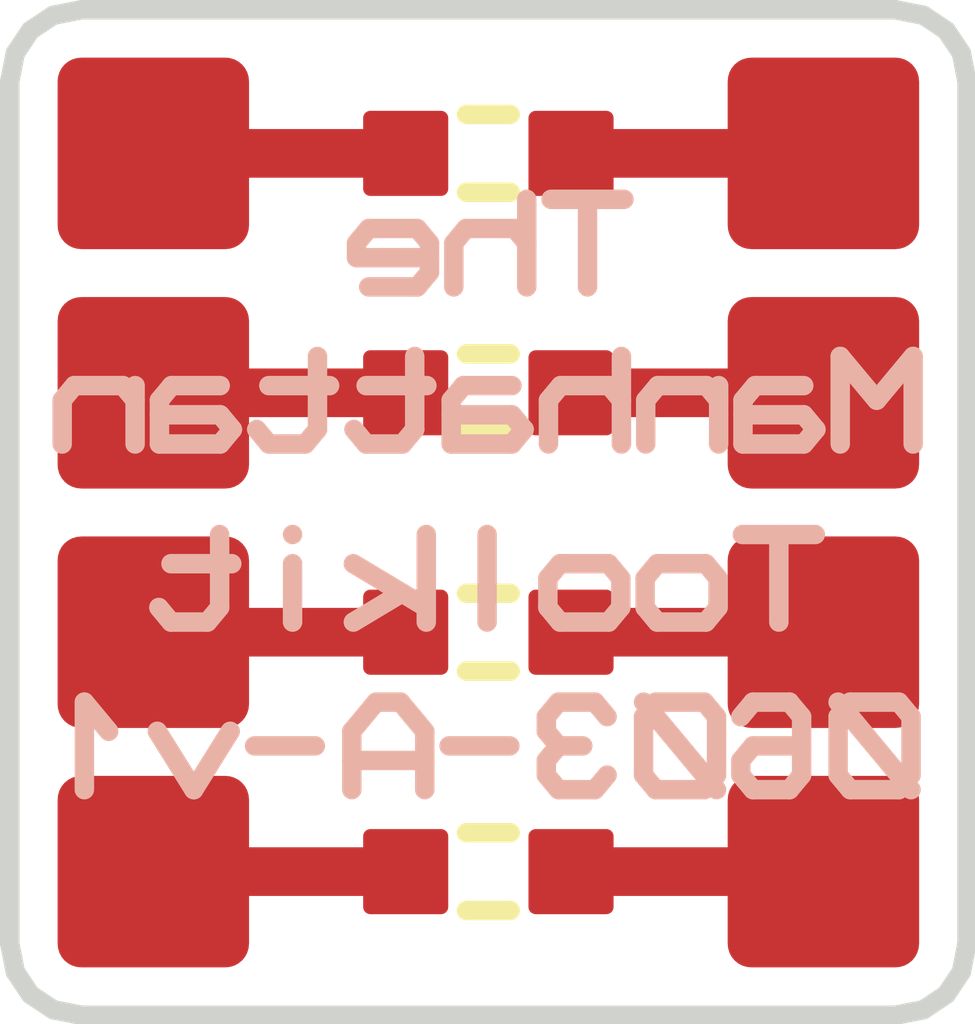
<source format=kicad_pcb>
(kicad_pcb (version 4) (generator "gerbview") (generator_version "8.0")

  (layers 
    (0 F.Cu signal)
    (31 B.Cu signal)
    (32 B.Adhes user)
    (33 F.Adhes user)
    (34 B.Paste user)
    (35 F.Paste user)
    (36 B.SilkS user)
    (37 F.SilkS user)
    (38 B.Mask user)
    (39 F.Mask user)
    (40 Dwgs.User user)
    (41 Cmts.User user)
    (42 Eco1.User user)
    (43 Eco2.User user)
    (44 Edge.Cuts user)
  )

(gr_line (start 0 -0.75) (end 0 -9.75) (layer Edge.Cuts) (width 0.2032))
(gr_line (start 0.75 -10.5) (end 9.25 -10.5) (layer Edge.Cuts) (width 0.2032))
(gr_line (start 10 -9.75) (end 10 -0.75) (layer Edge.Cuts) (width 0.2032))
(gr_line (start 9.25 0) (end 0.75 0) (layer Edge.Cuts) (width 0.2032))
(gr_line (start 0.75 -10.5) (end 0.45483 -10.44214) (layer Edge.Cuts) (width 0.2032))
(gr_line (start 0.45483 -10.44214) (end 0.2168 -10.2832) (layer Edge.Cuts) (width 0.2032))
(gr_line (start 0.2168 -10.2832) (end 0.05786 -10.04516) (layer Edge.Cuts) (width 0.2032))
(gr_line (start 0.05786 -10.04516) (end 0 -9.75) (layer Edge.Cuts) (width 0.2032))
(gr_line (start 9.25 -10.5) (end 9.54516 -10.44214) (layer Edge.Cuts) (width 0.2032))
(gr_line (start 9.54516 -10.44214) (end 9.7832 -10.2832) (layer Edge.Cuts) (width 0.2032))
(gr_line (start 9.7832 -10.2832) (end 9.94214 -10.04516) (layer Edge.Cuts) (width 0.2032))
(gr_line (start 9.94214 -10.04516) (end 10 -9.75) (layer Edge.Cuts) (width 0.2032))
(gr_line (start 10 -0.75) (end 9.94214 -0.45483) (layer Edge.Cuts) (width 0.2032))
(gr_line (start 9.94214 -0.45483) (end 9.7832 -0.2168) (layer Edge.Cuts) (width 0.2032))
(gr_line (start 9.7832 -0.2168) (end 9.54516 -0.05786) (layer Edge.Cuts) (width 0.2032))
(gr_line (start 9.54516 -0.05786) (end 9.25 0) (layer Edge.Cuts) (width 0.2032))
(gr_line (start 0.75 0) (end 0.45483 -0.05786) (layer Edge.Cuts) (width 0.2032))
(gr_line (start 0.45483 -0.05786) (end 0.2168 -0.2168) (layer Edge.Cuts) (width 0.2032))
(gr_line (start 0.2168 -0.2168) (end 0.05786 -0.45483) (layer Edge.Cuts) (width 0.2032))
(gr_line (start 0.05786 -0.45483) (end 0 -0.75) (layer Edge.Cuts) (width 0.2032))
(gr_line (start 4.7715 -9.4064) (end 5.2287 -9.4064) (layer F.SilkS) (width 0.2032))
(gr_line (start 4.7715 -8.5936) (end 5.2287 -8.5936) (layer F.SilkS) (width 0.2032))
(gr_line (start 4.7715 -6.9064) (end 5.2287 -6.9064) (layer F.SilkS) (width 0.2032))
(gr_line (start 4.7715 -6.0936) (end 5.2287 -6.0936) (layer F.SilkS) (width 0.2032))
(gr_line (start 4.7715 -4.4064) (end 5.2287 -4.4064) (layer F.SilkS) (width 0.2032))
(gr_line (start 4.7715 -3.5936) (end 5.2287 -3.5936) (layer F.SilkS) (width 0.2032))
(gr_line (start 4.7715 -1.9064) (end 5.2287 -1.9064) (layer F.SilkS) (width 0.2032))
(gr_line (start 4.7715 -1.0936) (end 5.2287 -1.0936) (layer F.SilkS) (width 0.2032))
(gr_poly (pts  (xy 2.30112 -8.00497) (xy 2.34839 -8.01929) (xy 2.3909 -8.04202)
 (xy 2.42773 -8.07227) (xy 2.45797 -8.1091) (xy 2.48071 -8.15161) (xy 2.49503 -8.19888)
 (xy 2.5 -8.25) (xy 2.5 -9.75) (xy 2.49503 -9.80112) (xy 2.48071 -9.84839)
 (xy 2.45797 -9.8909) (xy 2.42773 -9.92773) (xy 2.3909 -9.95798) (xy 2.34839 -9.98071)
 (xy 2.30112 -9.99503) (xy 2.25 -10) (xy 0.75 -10) (xy 0.69888 -9.99503)
 (xy 0.65161 -9.98071) (xy 0.6091 -9.95798) (xy 0.57227 -9.92773) (xy 0.54203 -9.8909)
 (xy 0.51929 -9.84839) (xy 0.50497 -9.80112) (xy 0.5 -9.75) (xy 0.5 -8.25)
 (xy 0.50497 -8.19888) (xy 0.51929 -8.15161) (xy 0.54203 -8.1091) (xy 0.57227 -8.07227)
 (xy 0.6091 -8.04202) (xy 0.65161 -8.01929) (xy 0.69888 -8.00497) (xy 0.75 -8)
 (xy 2.25 -8))(layer F.Mask) (width 0) )
(gr_poly (pts  (xy 2.30112 -5.50497) (xy 2.34839 -5.51929) (xy 2.3909 -5.54202)
 (xy 2.42773 -5.57227) (xy 2.45797 -5.6091) (xy 2.48071 -5.65161) (xy 2.49503 -5.69888)
 (xy 2.5 -5.75) (xy 2.5 -7.25) (xy 2.49503 -7.30112) (xy 2.48071 -7.34839)
 (xy 2.45797 -7.3909) (xy 2.42773 -7.42773) (xy 2.3909 -7.45798) (xy 2.34839 -7.48071)
 (xy 2.30112 -7.49503) (xy 2.25 -7.5) (xy 0.75 -7.5) (xy 0.69888 -7.49503)
 (xy 0.65161 -7.48071) (xy 0.6091 -7.45798) (xy 0.57227 -7.42773) (xy 0.54203 -7.3909)
 (xy 0.51929 -7.34839) (xy 0.50497 -7.30112) (xy 0.5 -7.25) (xy 0.5 -5.75)
 (xy 0.50497 -5.69888) (xy 0.51929 -5.65161) (xy 0.54203 -5.6091) (xy 0.57227 -5.57227)
 (xy 0.6091 -5.54202) (xy 0.65161 -5.51929) (xy 0.69888 -5.50497) (xy 0.75 -5.5)
 (xy 2.25 -5.5))(layer F.Mask) (width 0) )
(gr_poly (pts  (xy 2.30112 -3.00497) (xy 2.34839 -3.01929) (xy 2.3909 -3.04202)
 (xy 2.42773 -3.07227) (xy 2.45797 -3.1091) (xy 2.48071 -3.15161) (xy 2.49503 -3.19888)
 (xy 2.5 -3.25) (xy 2.5 -4.75) (xy 2.49503 -4.80112) (xy 2.48071 -4.84839)
 (xy 2.45797 -4.8909) (xy 2.42773 -4.92773) (xy 2.3909 -4.95798) (xy 2.34839 -4.98071)
 (xy 2.30112 -4.99503) (xy 2.25 -5) (xy 0.75 -5) (xy 0.69888 -4.99503)
 (xy 0.65161 -4.98071) (xy 0.6091 -4.95798) (xy 0.57227 -4.92773) (xy 0.54203 -4.8909)
 (xy 0.51929 -4.84839) (xy 0.50497 -4.80112) (xy 0.5 -4.75) (xy 0.5 -3.25)
 (xy 0.50497 -3.19888) (xy 0.51929 -3.15161) (xy 0.54203 -3.1091) (xy 0.57227 -3.07227)
 (xy 0.6091 -3.04202) (xy 0.65161 -3.01929) (xy 0.69888 -3.00497) (xy 0.75 -3)
 (xy 2.25 -3))(layer F.Mask) (width 0) )
(gr_poly (pts  (xy 2.30112 -0.50497) (xy 2.34839 -0.51929) (xy 2.3909 -0.54202)
 (xy 2.42773 -0.57227) (xy 2.45797 -0.6091) (xy 2.48071 -0.65161) (xy 2.49503 -0.69888)
 (xy 2.5 -0.75) (xy 2.5 -2.25) (xy 2.49503 -2.30112) (xy 2.48071 -2.34839)
 (xy 2.45797 -2.3909) (xy 2.42773 -2.42773) (xy 2.3909 -2.45798) (xy 2.34839 -2.48071)
 (xy 2.30112 -2.49503) (xy 2.25 -2.5) (xy 0.75 -2.5) (xy 0.69888 -2.49503)
 (xy 0.65161 -2.48071) (xy 0.6091 -2.45798) (xy 0.57227 -2.42773) (xy 0.54203 -2.3909)
 (xy 0.51929 -2.34839) (xy 0.50497 -2.30112) (xy 0.5 -2.25) (xy 0.5 -0.75)
 (xy 0.50497 -0.69888) (xy 0.51929 -0.65161) (xy 0.54203 -0.6091) (xy 0.57227 -0.57227)
 (xy 0.6091 -0.54202) (xy 0.65161 -0.51929) (xy 0.69888 -0.50497) (xy 0.75 -0.5)
 (xy 2.25 -0.5))(layer F.Mask) (width 0) )
(gr_poly (pts  (xy 9.30112 -0.50497) (xy 9.34839 -0.51929) (xy 9.3909 -0.54202)
 (xy 9.42773 -0.57227) (xy 9.45797 -0.6091) (xy 9.48071 -0.65161) (xy 9.49503 -0.69888)
 (xy 9.5 -0.75) (xy 9.5 -2.25) (xy 9.49503 -2.30112) (xy 9.48071 -2.34839)
 (xy 9.45797 -2.3909) (xy 9.42773 -2.42773) (xy 9.3909 -2.45798) (xy 9.34839 -2.48071)
 (xy 9.30112 -2.49503) (xy 9.25 -2.5) (xy 7.75 -2.5) (xy 7.69888 -2.49503)
 (xy 7.65161 -2.48071) (xy 7.6091 -2.45798) (xy 7.57227 -2.42773) (xy 7.54203 -2.3909)
 (xy 7.51929 -2.34839) (xy 7.50497 -2.30112) (xy 7.5 -2.25) (xy 7.5 -0.75)
 (xy 7.50497 -0.69888) (xy 7.51929 -0.65161) (xy 7.54203 -0.6091) (xy 7.57227 -0.57227)
 (xy 7.6091 -0.54202) (xy 7.65161 -0.51929) (xy 7.69888 -0.50497) (xy 7.75 -0.5)
 (xy 9.25 -0.5))(layer F.Mask) (width 0) )
(gr_poly (pts  (xy 9.30112 -3.00497) (xy 9.34839 -3.01929) (xy 9.3909 -3.04202)
 (xy 9.42773 -3.07227) (xy 9.45797 -3.1091) (xy 9.48071 -3.15161) (xy 9.49503 -3.19888)
 (xy 9.5 -3.25) (xy 9.5 -4.75) (xy 9.49503 -4.80112) (xy 9.48071 -4.84839)
 (xy 9.45797 -4.8909) (xy 9.42773 -4.92773) (xy 9.3909 -4.95798) (xy 9.34839 -4.98071)
 (xy 9.30112 -4.99503) (xy 9.25 -5) (xy 7.75 -5) (xy 7.69888 -4.99503)
 (xy 7.65161 -4.98071) (xy 7.6091 -4.95798) (xy 7.57227 -4.92773) (xy 7.54203 -4.8909)
 (xy 7.51929 -4.84839) (xy 7.50497 -4.80112) (xy 7.5 -4.75) (xy 7.5 -3.25)
 (xy 7.50497 -3.19888) (xy 7.51929 -3.15161) (xy 7.54203 -3.1091) (xy 7.57227 -3.07227)
 (xy 7.6091 -3.04202) (xy 7.65161 -3.01929) (xy 7.69888 -3.00497) (xy 7.75 -3)
 (xy 9.25 -3))(layer F.Mask) (width 0) )
(gr_poly (pts  (xy 9.30112 -5.50497) (xy 9.34839 -5.51929) (xy 9.3909 -5.54202)
 (xy 9.42773 -5.57227) (xy 9.45797 -5.6091) (xy 9.48071 -5.65161) (xy 9.49503 -5.69888)
 (xy 9.5 -5.75) (xy 9.5 -7.25) (xy 9.49503 -7.30112) (xy 9.48071 -7.34839)
 (xy 9.45797 -7.3909) (xy 9.42773 -7.42773) (xy 9.3909 -7.45798) (xy 9.34839 -7.48071)
 (xy 9.30112 -7.49503) (xy 9.25 -7.5) (xy 7.75 -7.5) (xy 7.69888 -7.49503)
 (xy 7.65161 -7.48071) (xy 7.6091 -7.45798) (xy 7.57227 -7.42773) (xy 7.54203 -7.3909)
 (xy 7.51929 -7.34839) (xy 7.50497 -7.30112) (xy 7.5 -7.25) (xy 7.5 -5.75)
 (xy 7.50497 -5.69888) (xy 7.51929 -5.65161) (xy 7.54203 -5.6091) (xy 7.57227 -5.57227)
 (xy 7.6091 -5.54202) (xy 7.65161 -5.51929) (xy 7.69888 -5.50497) (xy 7.75 -5.5)
 (xy 9.25 -5.5))(layer F.Mask) (width 0) )
(gr_poly (pts  (xy 9.30112 -8.00497) (xy 9.34839 -8.01929) (xy 9.3909 -8.04202)
 (xy 9.42773 -8.07227) (xy 9.45797 -8.1091) (xy 9.48071 -8.15161) (xy 9.49503 -8.19888)
 (xy 9.5 -8.25) (xy 9.5 -9.75) (xy 9.49503 -9.80112) (xy 9.48071 -9.84839)
 (xy 9.45797 -9.8909) (xy 9.42773 -9.92773) (xy 9.3909 -9.95798) (xy 9.34839 -9.98071)
 (xy 9.30112 -9.99503) (xy 9.25 -10) (xy 7.75 -10) (xy 7.69888 -9.99503)
 (xy 7.65161 -9.98071) (xy 7.6091 -9.95798) (xy 7.57227 -9.92773) (xy 7.54203 -9.8909)
 (xy 7.51929 -9.84839) (xy 7.50497 -9.80112) (xy 7.5 -9.75) (xy 7.5 -8.25)
 (xy 7.50497 -8.19888) (xy 7.51929 -8.15161) (xy 7.54203 -8.1091) (xy 7.57227 -8.07227)
 (xy 7.6091 -8.04202) (xy 7.65161 -8.01929) (xy 7.69888 -8.00497) (xy 7.75 -8)
 (xy 9.25 -8))(layer F.Mask) (width 0) )
(gr_poly (pts  (xy 4.53336 -8.49478) (xy 4.55978 -8.50278) (xy 4.58354 -8.51548)
 (xy 4.60412 -8.53238) (xy 4.62102 -8.55297) (xy 4.63372 -8.57672) (xy 4.64172 -8.60314)
 (xy 4.6445 -8.6317) (xy 4.6445 -9.3683) (xy 4.64172 -9.39686) (xy 4.63372 -9.42328)
 (xy 4.62102 -9.44703) (xy 4.60412 -9.46762) (xy 4.58354 -9.48452) (xy 4.55978 -9.49722)
 (xy 4.53336 -9.50522) (xy 4.5048 -9.508) (xy 3.7682 -9.508) (xy 3.73964 -9.50522)
 (xy 3.71322 -9.49722) (xy 3.68946 -9.48452) (xy 3.66888 -9.46762) (xy 3.65198 -9.44703)
 (xy 3.63928 -9.42328) (xy 3.63128 -9.39686) (xy 3.6285 -9.3683) (xy 3.6285 -8.6317)
 (xy 3.63128 -8.60314) (xy 3.63928 -8.57672) (xy 3.65198 -8.55297) (xy 3.66888 -8.53238)
 (xy 3.68946 -8.51548) (xy 3.71322 -8.50278) (xy 3.73964 -8.49478) (xy 3.7682 -8.492)
 (xy 4.5048 -8.492))(layer F.Mask) (width 0) )
(gr_poly (pts  (xy 6.26056 -8.49478) (xy 6.28698 -8.50278) (xy 6.31074 -8.51548)
 (xy 6.33132 -8.53238) (xy 6.34822 -8.55297) (xy 6.36092 -8.57672) (xy 6.36892 -8.60314)
 (xy 6.3717 -8.6317) (xy 6.3717 -9.3683) (xy 6.36892 -9.39686) (xy 6.36092 -9.42328)
 (xy 6.34822 -9.44703) (xy 6.33132 -9.46762) (xy 6.31074 -9.48452) (xy 6.28698 -9.49722)
 (xy 6.26056 -9.50522) (xy 6.232 -9.508) (xy 5.4954 -9.508) (xy 5.46684 -9.50522)
 (xy 5.44042 -9.49722) (xy 5.41666 -9.48452) (xy 5.39608 -9.46762) (xy 5.37918 -9.44703)
 (xy 5.36648 -9.42328) (xy 5.35848 -9.39686) (xy 5.3557 -9.3683) (xy 5.3557 -8.6317)
 (xy 5.35848 -8.60314) (xy 5.36648 -8.57672) (xy 5.37918 -8.55297) (xy 5.39608 -8.53238)
 (xy 5.41666 -8.51548) (xy 5.44042 -8.50278) (xy 5.46684 -8.49478) (xy 5.4954 -8.492)
 (xy 6.232 -8.492))(layer F.Mask) (width 0) )
(gr_poly (pts  (xy 4.53336 -5.99478) (xy 4.55978 -6.00278) (xy 4.58354 -6.01548)
 (xy 4.60412 -6.03238) (xy 4.62102 -6.05297) (xy 4.63372 -6.07672) (xy 4.64172 -6.10314)
 (xy 4.6445 -6.1317) (xy 4.6445 -6.8683) (xy 4.64172 -6.89686) (xy 4.63372 -6.92328)
 (xy 4.62102 -6.94703) (xy 4.60412 -6.96762) (xy 4.58354 -6.98452) (xy 4.55978 -6.99722)
 (xy 4.53336 -7.00522) (xy 4.5048 -7.008) (xy 3.7682 -7.008) (xy 3.73964 -7.00522)
 (xy 3.71322 -6.99722) (xy 3.68946 -6.98452) (xy 3.66888 -6.96762) (xy 3.65198 -6.94703)
 (xy 3.63928 -6.92328) (xy 3.63128 -6.89686) (xy 3.6285 -6.8683) (xy 3.6285 -6.1317)
 (xy 3.63128 -6.10314) (xy 3.63928 -6.07672) (xy 3.65198 -6.05297) (xy 3.66888 -6.03238)
 (xy 3.68946 -6.01548) (xy 3.71322 -6.00278) (xy 3.73964 -5.99478) (xy 3.7682 -5.992)
 (xy 4.5048 -5.992))(layer F.Mask) (width 0) )
(gr_poly (pts  (xy 6.26056 -5.99478) (xy 6.28698 -6.00278) (xy 6.31074 -6.01548)
 (xy 6.33132 -6.03238) (xy 6.34822 -6.05297) (xy 6.36092 -6.07672) (xy 6.36892 -6.10314)
 (xy 6.3717 -6.1317) (xy 6.3717 -6.8683) (xy 6.36892 -6.89686) (xy 6.36092 -6.92328)
 (xy 6.34822 -6.94703) (xy 6.33132 -6.96762) (xy 6.31074 -6.98452) (xy 6.28698 -6.99722)
 (xy 6.26056 -7.00522) (xy 6.232 -7.008) (xy 5.4954 -7.008) (xy 5.46684 -7.00522)
 (xy 5.44042 -6.99722) (xy 5.41666 -6.98452) (xy 5.39608 -6.96762) (xy 5.37918 -6.94703)
 (xy 5.36648 -6.92328) (xy 5.35848 -6.89686) (xy 5.3557 -6.8683) (xy 5.3557 -6.1317)
 (xy 5.35848 -6.10314) (xy 5.36648 -6.07672) (xy 5.37918 -6.05297) (xy 5.39608 -6.03238)
 (xy 5.41666 -6.01548) (xy 5.44042 -6.00278) (xy 5.46684 -5.99478) (xy 5.4954 -5.992)
 (xy 6.232 -5.992))(layer F.Mask) (width 0) )
(gr_poly (pts  (xy 4.53336 -3.49478) (xy 4.55978 -3.50278) (xy 4.58354 -3.51548)
 (xy 4.60412 -3.53238) (xy 4.62102 -3.55297) (xy 4.63372 -3.57672) (xy 4.64172 -3.60314)
 (xy 4.6445 -3.6317) (xy 4.6445 -4.3683) (xy 4.64172 -4.39686) (xy 4.63372 -4.42328)
 (xy 4.62102 -4.44703) (xy 4.60412 -4.46762) (xy 4.58354 -4.48452) (xy 4.55978 -4.49722)
 (xy 4.53336 -4.50522) (xy 4.5048 -4.508) (xy 3.7682 -4.508) (xy 3.73964 -4.50522)
 (xy 3.71322 -4.49722) (xy 3.68946 -4.48452) (xy 3.66888 -4.46762) (xy 3.65198 -4.44703)
 (xy 3.63928 -4.42328) (xy 3.63128 -4.39686) (xy 3.6285 -4.3683) (xy 3.6285 -3.6317)
 (xy 3.63128 -3.60314) (xy 3.63928 -3.57672) (xy 3.65198 -3.55297) (xy 3.66888 -3.53238)
 (xy 3.68946 -3.51548) (xy 3.71322 -3.50278) (xy 3.73964 -3.49478) (xy 3.7682 -3.492)
 (xy 4.5048 -3.492))(layer F.Mask) (width 0) )
(gr_poly (pts  (xy 6.26056 -3.49478) (xy 6.28698 -3.50278) (xy 6.31074 -3.51548)
 (xy 6.33132 -3.53238) (xy 6.34822 -3.55297) (xy 6.36092 -3.57672) (xy 6.36892 -3.60314)
 (xy 6.3717 -3.6317) (xy 6.3717 -4.3683) (xy 6.36892 -4.39686) (xy 6.36092 -4.42328)
 (xy 6.34822 -4.44703) (xy 6.33132 -4.46762) (xy 6.31074 -4.48452) (xy 6.28698 -4.49722)
 (xy 6.26056 -4.50522) (xy 6.232 -4.508) (xy 5.4954 -4.508) (xy 5.46684 -4.50522)
 (xy 5.44042 -4.49722) (xy 5.41666 -4.48452) (xy 5.39608 -4.46762) (xy 5.37918 -4.44703)
 (xy 5.36648 -4.42328) (xy 5.35848 -4.39686) (xy 5.3557 -4.3683) (xy 5.3557 -3.6317)
 (xy 5.35848 -3.60314) (xy 5.36648 -3.57672) (xy 5.37918 -3.55297) (xy 5.39608 -3.53238)
 (xy 5.41666 -3.51548) (xy 5.44042 -3.50278) (xy 5.46684 -3.49478) (xy 5.4954 -3.492)
 (xy 6.232 -3.492))(layer F.Mask) (width 0) )
(gr_poly (pts  (xy 4.53336 -0.99478) (xy 4.55978 -1.00278) (xy 4.58354 -1.01548)
 (xy 4.60412 -1.03238) (xy 4.62102 -1.05297) (xy 4.63372 -1.07672) (xy 4.64172 -1.10314)
 (xy 4.6445 -1.1317) (xy 4.6445 -1.8683) (xy 4.64172 -1.89686) (xy 4.63372 -1.92328)
 (xy 4.62102 -1.94703) (xy 4.60412 -1.96762) (xy 4.58354 -1.98452) (xy 4.55978 -1.99722)
 (xy 4.53336 -2.00522) (xy 4.5048 -2.008) (xy 3.7682 -2.008) (xy 3.73964 -2.00522)
 (xy 3.71322 -1.99722) (xy 3.68946 -1.98452) (xy 3.66888 -1.96762) (xy 3.65198 -1.94703)
 (xy 3.63928 -1.92328) (xy 3.63128 -1.89686) (xy 3.6285 -1.8683) (xy 3.6285 -1.1317)
 (xy 3.63128 -1.10314) (xy 3.63928 -1.07672) (xy 3.65198 -1.05297) (xy 3.66888 -1.03238)
 (xy 3.68946 -1.01548) (xy 3.71322 -1.00278) (xy 3.73964 -0.99478) (xy 3.7682 -0.992)
 (xy 4.5048 -0.992))(layer F.Mask) (width 0) )
(gr_poly (pts  (xy 6.26056 -0.99478) (xy 6.28698 -1.00278) (xy 6.31074 -1.01548)
 (xy 6.33132 -1.03238) (xy 6.34822 -1.05297) (xy 6.36092 -1.07672) (xy 6.36892 -1.10314)
 (xy 6.3717 -1.1317) (xy 6.3717 -1.8683) (xy 6.36892 -1.89686) (xy 6.36092 -1.92328)
 (xy 6.34822 -1.94703) (xy 6.33132 -1.96762) (xy 6.31074 -1.98452) (xy 6.28698 -1.99722)
 (xy 6.26056 -2.00522) (xy 6.232 -2.008) (xy 5.4954 -2.008) (xy 5.46684 -2.00522)
 (xy 5.44042 -1.99722) (xy 5.41666 -1.98452) (xy 5.39608 -1.96762) (xy 5.37918 -1.94703)
 (xy 5.36648 -1.92328) (xy 5.35848 -1.89686) (xy 5.3557 -1.8683) (xy 5.3557 -1.1317)
 (xy 5.35848 -1.10314) (xy 5.36648 -1.07672) (xy 5.37918 -1.05297) (xy 5.39608 -1.03238)
 (xy 5.41666 -1.01548) (xy 5.44042 -1.00278) (xy 5.46684 -0.99478) (xy 5.4954 -0.992)
 (xy 6.232 -0.992))(layer F.Mask) (width 0) )
(gr_line (start 8.41569 -5.02018) (end 7.65369 -5.02018) (layer B.SilkS) (width 0.2032))
(gr_line (start 8.03469 -5.02018) (end 8.03469 -4.10578) (layer B.SilkS) (width 0.2032))
(gr_line (start 7.39969 -4.56298) (end 7.27269 -4.71538) (layer B.SilkS) (width 0.2032))
(gr_line (start 7.27269 -4.71538) (end 6.76469 -4.71538) (layer B.SilkS) (width 0.2032))
(gr_line (start 6.76469 -4.71538) (end 6.63769 -4.56298) (layer B.SilkS) (width 0.2032))
(gr_line (start 6.63769 -4.56298) (end 6.63769 -4.25818) (layer B.SilkS) (width 0.2032))
(gr_line (start 6.63769 -4.25818) (end 6.76469 -4.10578) (layer B.SilkS) (width 0.2032))
(gr_line (start 6.76469 -4.10578) (end 7.27269 -4.10578) (layer B.SilkS) (width 0.2032))
(gr_line (start 7.27269 -4.10578) (end 7.39969 -4.25818) (layer B.SilkS) (width 0.2032))
(gr_line (start 7.39969 -4.25818) (end 7.39969 -4.56298) (layer B.SilkS) (width 0.2032))
(gr_line (start 6.38369 -4.56298) (end 6.25669 -4.71538) (layer B.SilkS) (width 0.2032))
(gr_line (start 6.25669 -4.71538) (end 5.74869 -4.71538) (layer B.SilkS) (width 0.2032))
(gr_line (start 5.74869 -4.71538) (end 5.62169 -4.56298) (layer B.SilkS) (width 0.2032))
(gr_line (start 5.62169 -4.56298) (end 5.62169 -4.25818) (layer B.SilkS) (width 0.2032))
(gr_line (start 5.62169 -4.25818) (end 5.74869 -4.10578) (layer B.SilkS) (width 0.2032))
(gr_line (start 5.74869 -4.10578) (end 6.25669 -4.10578) (layer B.SilkS) (width 0.2032))
(gr_line (start 6.25669 -4.10578) (end 6.38369 -4.25818) (layer B.SilkS) (width 0.2032))
(gr_line (start 6.38369 -4.25818) (end 6.38369 -4.56298) (layer B.SilkS) (width 0.2032))
(gr_line (start 4.98669 -5.02018) (end 4.98669 -4.10578) (layer B.SilkS) (width 0.2032))
(gr_line (start 4.35169 -5.02018) (end 4.35169 -4.10578) (layer B.SilkS) (width 0.2032))
(gr_line (start 4.35169 -4.25818) (end 3.58969 -4.71538) (layer B.SilkS) (width 0.2032))
(gr_line (start 4.09769 -4.41058) (end 3.58969 -4.10578) (layer B.SilkS) (width 0.2032))
(gr_line (start 2.95469 -4.71538) (end 2.95469 -4.10578) (layer B.SilkS) (width 0.2032))
(gr_line (start 2.95469 -5.02018) (end 2.95469 -5.02018) (layer B.SilkS) (width 0.2032))
(gr_line (start 2.19269 -5.02018) (end 2.19269 -4.25818) (layer B.SilkS) (width 0.2032))
(gr_line (start 2.19269 -4.25818) (end 2.06569 -4.10578) (layer B.SilkS) (width 0.2032))
(gr_line (start 2.06569 -4.10578) (end 1.68469 -4.10578) (layer B.SilkS) (width 0.2032))
(gr_line (start 1.68469 -4.10578) (end 1.55769 -4.25818) (layer B.SilkS) (width 0.2032))
(gr_line (start 2.31969 -4.71538) (end 1.68469 -4.71538) (layer B.SilkS) (width 0.2032))
(gr_line (start 9.4379 -5.96536) (end 9.4379 -6.87976) (layer B.SilkS) (width 0.2032))
(gr_line (start 9.4379 -6.87976) (end 9.0569 -6.42256) (layer B.SilkS) (width 0.2032))
(gr_line (start 9.0569 -6.42256) (end 8.6759 -6.87976) (layer B.SilkS) (width 0.2032))
(gr_line (start 8.6759 -6.87976) (end 8.6759 -5.96536) (layer B.SilkS) (width 0.2032))
(gr_line (start 8.2949 -6.57496) (end 7.7869 -6.57496) (layer B.SilkS) (width 0.2032))
(gr_line (start 7.7869 -6.57496) (end 7.6599 -6.42256) (layer B.SilkS) (width 0.2032))
(gr_line (start 7.6599 -6.42256) (end 7.6599 -5.96536) (layer B.SilkS) (width 0.2032))
(gr_line (start 7.6599 -5.96536) (end 8.2949 -5.96536) (layer B.SilkS) (width 0.2032))
(gr_line (start 8.2949 -5.96536) (end 8.4219 -6.11776) (layer B.SilkS) (width 0.2032))
(gr_line (start 8.4219 -6.11776) (end 8.2949 -6.27016) (layer B.SilkS) (width 0.2032))
(gr_line (start 8.2949 -6.27016) (end 7.6599 -6.27016) (layer B.SilkS) (width 0.2032))
(gr_line (start 7.4059 -5.96536) (end 7.4059 -6.57496) (layer B.SilkS) (width 0.2032))
(gr_line (start 7.4059 -6.42256) (end 7.2789 -6.57496) (layer B.SilkS) (width 0.2032))
(gr_line (start 7.2789 -6.57496) (end 6.7709 -6.57496) (layer B.SilkS) (width 0.2032))
(gr_line (start 6.7709 -6.57496) (end 6.6439 -6.42256) (layer B.SilkS) (width 0.2032))
(gr_line (start 6.6439 -6.42256) (end 6.6439 -5.96536) (layer B.SilkS) (width 0.2032))
(gr_line (start 5.6279 -5.96536) (end 5.6279 -6.42256) (layer B.SilkS) (width 0.2032))
(gr_line (start 5.6279 -6.42256) (end 5.7549 -6.57496) (layer B.SilkS) (width 0.2032))
(gr_line (start 5.7549 -6.57496) (end 6.2629 -6.57496) (layer B.SilkS) (width 0.2032))
(gr_line (start 6.2629 -6.57496) (end 6.3899 -6.42256) (layer B.SilkS) (width 0.2032))
(gr_line (start 6.3899 -6.87976) (end 6.3899 -5.96536) (layer B.SilkS) (width 0.2032))
(gr_line (start 5.2469 -6.57496) (end 4.7389 -6.57496) (layer B.SilkS) (width 0.2032))
(gr_line (start 4.7389 -6.57496) (end 4.6119 -6.42256) (layer B.SilkS) (width 0.2032))
(gr_line (start 4.6119 -6.42256) (end 4.6119 -5.96536) (layer B.SilkS) (width 0.2032))
(gr_line (start 4.6119 -5.96536) (end 5.2469 -5.96536) (layer B.SilkS) (width 0.2032))
(gr_line (start 5.2469 -5.96536) (end 5.3739 -6.11776) (layer B.SilkS) (width 0.2032))
(gr_line (start 5.3739 -6.11776) (end 5.2469 -6.27016) (layer B.SilkS) (width 0.2032))
(gr_line (start 5.2469 -6.27016) (end 4.6119 -6.27016) (layer B.SilkS) (width 0.2032))
(gr_line (start 4.2309 -6.87976) (end 4.2309 -6.11776) (layer B.SilkS) (width 0.2032))
(gr_line (start 4.2309 -6.11776) (end 4.1039 -5.96536) (layer B.SilkS) (width 0.2032))
(gr_line (start 4.1039 -5.96536) (end 3.7229 -5.96536) (layer B.SilkS) (width 0.2032))
(gr_line (start 3.7229 -5.96536) (end 3.5959 -6.11776) (layer B.SilkS) (width 0.2032))
(gr_line (start 4.3579 -6.57496) (end 3.7229 -6.57496) (layer B.SilkS) (width 0.2032))
(gr_line (start 3.2149 -6.87976) (end 3.2149 -6.11776) (layer B.SilkS) (width 0.2032))
(gr_line (start 3.2149 -6.11776) (end 3.0879 -5.96536) (layer B.SilkS) (width 0.2032))
(gr_line (start 3.0879 -5.96536) (end 2.7069 -5.96536) (layer B.SilkS) (width 0.2032))
(gr_line (start 2.7069 -5.96536) (end 2.5799 -6.11776) (layer B.SilkS) (width 0.2032))
(gr_line (start 3.3419 -6.57496) (end 2.7069 -6.57496) (layer B.SilkS) (width 0.2032))
(gr_line (start 2.1989 -6.57496) (end 1.6909 -6.57496) (layer B.SilkS) (width 0.2032))
(gr_line (start 1.6909 -6.57496) (end 1.5639 -6.42256) (layer B.SilkS) (width 0.2032))
(gr_line (start 1.5639 -6.42256) (end 1.5639 -5.96536) (layer B.SilkS) (width 0.2032))
(gr_line (start 1.5639 -5.96536) (end 2.1989 -5.96536) (layer B.SilkS) (width 0.2032))
(gr_line (start 2.1989 -5.96536) (end 2.3259 -6.11776) (layer B.SilkS) (width 0.2032))
(gr_line (start 2.3259 -6.11776) (end 2.1989 -6.27016) (layer B.SilkS) (width 0.2032))
(gr_line (start 2.1989 -6.27016) (end 1.5639 -6.27016) (layer B.SilkS) (width 0.2032))
(gr_line (start 1.3099 -5.96536) (end 1.3099 -6.57496) (layer B.SilkS) (width 0.2032))
(gr_line (start 1.3099 -6.42256) (end 1.1829 -6.57496) (layer B.SilkS) (width 0.2032))
(gr_line (start 1.1829 -6.57496) (end 0.6749 -6.57496) (layer B.SilkS) (width 0.2032))
(gr_line (start 0.6749 -6.57496) (end 0.5479 -6.42256) (layer B.SilkS) (width 0.2032))
(gr_line (start 0.5479 -6.42256) (end 0.5479 -5.96536) (layer B.SilkS) (width 0.2032))
(gr_line (start 6.41698 -8.52018) (end 5.65498 -8.52018) (layer B.SilkS) (width 0.2032))
(gr_line (start 6.03598 -8.52018) (end 6.03598 -7.60578) (layer B.SilkS) (width 0.2032))
(gr_line (start 4.63898 -7.60578) (end 4.63898 -8.06298) (layer B.SilkS) (width 0.2032))
(gr_line (start 4.63898 -8.06298) (end 4.76598 -8.21538) (layer B.SilkS) (width 0.2032))
(gr_line (start 4.76598 -8.21538) (end 5.27398 -8.21538) (layer B.SilkS) (width 0.2032))
(gr_line (start 5.27398 -8.21538) (end 5.40098 -8.06298) (layer B.SilkS) (width 0.2032))
(gr_line (start 5.40098 -8.52018) (end 5.40098 -7.60578) (layer B.SilkS) (width 0.2032))
(gr_line (start 4.38498 -7.91058) (end 3.62298 -7.91058) (layer B.SilkS) (width 0.2032))
(gr_line (start 3.62298 -7.91058) (end 3.62298 -8.06298) (layer B.SilkS) (width 0.2032))
(gr_line (start 3.62298 -8.06298) (end 3.74998 -8.21538) (layer B.SilkS) (width 0.2032))
(gr_line (start 3.74998 -8.21538) (end 4.25798 -8.21538) (layer B.SilkS) (width 0.2032))
(gr_line (start 4.25798 -8.21538) (end 4.38498 -8.06298) (layer B.SilkS) (width 0.2032))
(gr_line (start 4.38498 -8.06298) (end 4.38498 -7.75818) (layer B.SilkS) (width 0.2032))
(gr_line (start 4.38498 -7.75818) (end 4.25798 -7.60578) (layer B.SilkS) (width 0.2032))
(gr_line (start 4.25798 -7.60578) (end 3.74998 -7.60578) (layer B.SilkS) (width 0.2032))
(gr_line (start 9.41569 -2.50818) (end 9.41569 -3.11778) (layer B.SilkS) (width 0.2032))
(gr_line (start 9.41569 -3.11778) (end 9.28869 -3.27018) (layer B.SilkS) (width 0.2032))
(gr_line (start 9.28869 -3.27018) (end 8.78069 -3.27018) (layer B.SilkS) (width 0.2032))
(gr_line (start 8.78069 -3.27018) (end 8.65369 -3.11778) (layer B.SilkS) (width 0.2032))
(gr_line (start 8.65369 -3.11778) (end 8.65369 -2.50818) (layer B.SilkS) (width 0.2032))
(gr_line (start 8.65369 -2.50818) (end 8.78069 -2.35578) (layer B.SilkS) (width 0.2032))
(gr_line (start 8.78069 -2.35578) (end 9.28869 -2.35578) (layer B.SilkS) (width 0.2032))
(gr_line (start 9.28869 -2.35578) (end 9.41569 -2.50818) (layer B.SilkS) (width 0.2032))
(gr_line (start 9.41569 -2.35578) (end 8.65369 -3.27018) (layer B.SilkS) (width 0.2032))
(gr_line (start 7.63769 -3.11778) (end 7.76469 -3.27018) (layer B.SilkS) (width 0.2032))
(gr_line (start 7.76469 -3.27018) (end 8.14569 -3.27018) (layer B.SilkS) (width 0.2032))
(gr_line (start 8.14569 -3.27018) (end 8.27269 -3.11778) (layer B.SilkS) (width 0.2032))
(gr_line (start 8.27269 -3.11778) (end 8.27269 -2.50818) (layer B.SilkS) (width 0.2032))
(gr_line (start 8.27269 -2.50818) (end 8.14569 -2.35578) (layer B.SilkS) (width 0.2032))
(gr_line (start 8.14569 -2.35578) (end 7.76469 -2.35578) (layer B.SilkS) (width 0.2032))
(gr_line (start 7.76469 -2.35578) (end 7.63769 -2.50818) (layer B.SilkS) (width 0.2032))
(gr_line (start 7.63769 -2.50818) (end 7.63769 -2.66058) (layer B.SilkS) (width 0.2032))
(gr_line (start 7.63769 -2.66058) (end 7.76469 -2.81298) (layer B.SilkS) (width 0.2032))
(gr_line (start 7.76469 -2.81298) (end 8.27269 -2.81298) (layer B.SilkS) (width 0.2032))
(gr_line (start 7.38369 -2.50818) (end 7.38369 -3.11778) (layer B.SilkS) (width 0.2032))
(gr_line (start 7.38369 -3.11778) (end 7.25669 -3.27018) (layer B.SilkS) (width 0.2032))
(gr_line (start 7.25669 -3.27018) (end 6.74869 -3.27018) (layer B.SilkS) (width 0.2032))
(gr_line (start 6.74869 -3.27018) (end 6.62169 -3.11778) (layer B.SilkS) (width 0.2032))
(gr_line (start 6.62169 -3.11778) (end 6.62169 -2.50818) (layer B.SilkS) (width 0.2032))
(gr_line (start 6.62169 -2.50818) (end 6.74869 -2.35578) (layer B.SilkS) (width 0.2032))
(gr_line (start 6.74869 -2.35578) (end 7.25669 -2.35578) (layer B.SilkS) (width 0.2032))
(gr_line (start 7.25669 -2.35578) (end 7.38369 -2.50818) (layer B.SilkS) (width 0.2032))
(gr_line (start 7.38369 -2.35578) (end 6.62169 -3.27018) (layer B.SilkS) (width 0.2032))
(gr_line (start 6.24069 -3.11778) (end 6.11369 -3.27018) (layer B.SilkS) (width 0.2032))
(gr_line (start 6.11369 -3.27018) (end 5.73269 -3.27018) (layer B.SilkS) (width 0.2032))
(gr_line (start 5.73269 -3.27018) (end 5.60569 -3.11778) (layer B.SilkS) (width 0.2032))
(gr_line (start 5.60569 -3.11778) (end 5.60569 -2.96538) (layer B.SilkS) (width 0.2032))
(gr_line (start 5.60569 -2.96538) (end 5.73269 -2.81298) (layer B.SilkS) (width 0.2032))
(gr_line (start 5.73269 -2.81298) (end 5.60569 -2.66058) (layer B.SilkS) (width 0.2032))
(gr_line (start 5.60569 -2.66058) (end 5.60569 -2.50818) (layer B.SilkS) (width 0.2032))
(gr_line (start 5.60569 -2.50818) (end 5.73269 -2.35578) (layer B.SilkS) (width 0.2032))
(gr_line (start 5.73269 -2.35578) (end 6.11369 -2.35578) (layer B.SilkS) (width 0.2032))
(gr_line (start 6.11369 -2.35578) (end 6.24069 -2.50818) (layer B.SilkS) (width 0.2032))
(gr_line (start 5.98669 -2.81298) (end 5.73269 -2.81298) (layer B.SilkS) (width 0.2032))
(gr_line (start 5.22469 -2.81298) (end 4.58969 -2.81298) (layer B.SilkS) (width 0.2032))
(gr_line (start 4.33569 -2.35578) (end 4.33569 -2.96538) (layer B.SilkS) (width 0.2032))
(gr_line (start 4.33569 -2.96538) (end 4.08169 -3.27018) (layer B.SilkS) (width 0.2032))
(gr_line (start 4.08169 -3.27018) (end 3.82769 -3.27018) (layer B.SilkS) (width 0.2032))
(gr_line (start 3.82769 -3.27018) (end 3.57369 -2.96538) (layer B.SilkS) (width 0.2032))
(gr_line (start 3.57369 -2.96538) (end 3.57369 -2.35578) (layer B.SilkS) (width 0.2032))
(gr_line (start 4.33569 -2.66058) (end 3.57369 -2.66058) (layer B.SilkS) (width 0.2032))
(gr_line (start 3.19269 -2.81298) (end 2.55769 -2.81298) (layer B.SilkS) (width 0.2032))
(gr_line (start 2.30369 -2.96538) (end 1.92269 -2.35578) (layer B.SilkS) (width 0.2032))
(gr_line (start 1.92269 -2.35578) (end 1.54169 -2.96538) (layer B.SilkS) (width 0.2032))
(gr_line (start 1.03369 -2.96538) (end 0.77969 -3.27018) (layer B.SilkS) (width 0.2032))
(gr_line (start 0.77969 -3.27018) (end 0.77969 -2.35578) (layer B.SilkS) (width 0.2032))
(segment (start 1.5 -4.2728) (end 1.5 -4) (width 0.381) (layer F.Cu) (net 0))
(segment (start 4.1365 -9) (end 1.5 -9) (width 0.508) (layer F.Cu) (net 0))
(segment (start 5.8637 -9) (end 8.5 -9) (width 0.508) (layer F.Cu) (net 0))
(segment (start 8.5 -6.5) (end 5.8637 -6.5) (width 0.508) (layer F.Cu) (net 0))
(segment (start 4.1365 -6.5) (end 1.5 -6.5) (width 0.508) (layer F.Cu) (net 0))
(segment (start 1.5 -4) (end 4.1365 -4) (width 0.508) (layer F.Cu) (net 0))
(segment (start 5.8637 -4) (end 8.5 -4) (width 0.508) (layer F.Cu) (net 0))
(segment (start 4.1365 -1.5) (end 1.5 -1.5) (width 0.508) (layer F.Cu) (net 0))
(segment (start 5.8637 -1.5) (end 8.5 -1.5) (width 0.508) (layer F.Cu) (net 0))
(gr_poly (pts  (xy 2.30112 -8.00497) (xy 2.34839 -8.01929) (xy 2.3909 -8.04202)
 (xy 2.42773 -8.07227) (xy 2.45797 -8.1091) (xy 2.48071 -8.15161) (xy 2.49503 -8.19888)
 (xy 2.5 -8.25) (xy 2.5 -9.75) (xy 2.49503 -9.80112) (xy 2.48071 -9.84839)
 (xy 2.45797 -9.8909) (xy 2.42773 -9.92773) (xy 2.3909 -9.95798) (xy 2.34839 -9.98071)
 (xy 2.30112 -9.99503) (xy 2.25 -10) (xy 0.75 -10) (xy 0.69888 -9.99503)
 (xy 0.65161 -9.98071) (xy 0.6091 -9.95798) (xy 0.57227 -9.92773) (xy 0.54203 -9.8909)
 (xy 0.51929 -9.84839) (xy 0.50497 -9.80112) (xy 0.5 -9.75) (xy 0.5 -8.25)
 (xy 0.50497 -8.19888) (xy 0.51929 -8.15161) (xy 0.54203 -8.1091) (xy 0.57227 -8.07227)
 (xy 0.6091 -8.04202) (xy 0.65161 -8.01929) (xy 0.69888 -8.00497) (xy 0.75 -8)
 (xy 2.25 -8))(layer F.Cu) (width 0) )
(gr_poly (pts  (xy 2.30112 -5.50497) (xy 2.34839 -5.51929) (xy 2.3909 -5.54202)
 (xy 2.42773 -5.57227) (xy 2.45797 -5.6091) (xy 2.48071 -5.65161) (xy 2.49503 -5.69888)
 (xy 2.5 -5.75) (xy 2.5 -7.25) (xy 2.49503 -7.30112) (xy 2.48071 -7.34839)
 (xy 2.45797 -7.3909) (xy 2.42773 -7.42773) (xy 2.3909 -7.45798) (xy 2.34839 -7.48071)
 (xy 2.30112 -7.49503) (xy 2.25 -7.5) (xy 0.75 -7.5) (xy 0.69888 -7.49503)
 (xy 0.65161 -7.48071) (xy 0.6091 -7.45798) (xy 0.57227 -7.42773) (xy 0.54203 -7.3909)
 (xy 0.51929 -7.34839) (xy 0.50497 -7.30112) (xy 0.5 -7.25) (xy 0.5 -5.75)
 (xy 0.50497 -5.69888) (xy 0.51929 -5.65161) (xy 0.54203 -5.6091) (xy 0.57227 -5.57227)
 (xy 0.6091 -5.54202) (xy 0.65161 -5.51929) (xy 0.69888 -5.50497) (xy 0.75 -5.5)
 (xy 2.25 -5.5))(layer F.Cu) (width 0) )
(gr_poly (pts  (xy 2.30112 -3.00497) (xy 2.34839 -3.01929) (xy 2.3909 -3.04202)
 (xy 2.42773 -3.07227) (xy 2.45797 -3.1091) (xy 2.48071 -3.15161) (xy 2.49503 -3.19888)
 (xy 2.5 -3.25) (xy 2.5 -4.75) (xy 2.49503 -4.80112) (xy 2.48071 -4.84839)
 (xy 2.45797 -4.8909) (xy 2.42773 -4.92773) (xy 2.3909 -4.95798) (xy 2.34839 -4.98071)
 (xy 2.30112 -4.99503) (xy 2.25 -5) (xy 0.75 -5) (xy 0.69888 -4.99503)
 (xy 0.65161 -4.98071) (xy 0.6091 -4.95798) (xy 0.57227 -4.92773) (xy 0.54203 -4.8909)
 (xy 0.51929 -4.84839) (xy 0.50497 -4.80112) (xy 0.5 -4.75) (xy 0.5 -3.25)
 (xy 0.50497 -3.19888) (xy 0.51929 -3.15161) (xy 0.54203 -3.1091) (xy 0.57227 -3.07227)
 (xy 0.6091 -3.04202) (xy 0.65161 -3.01929) (xy 0.69888 -3.00497) (xy 0.75 -3)
 (xy 2.25 -3))(layer F.Cu) (width 0) )
(gr_poly (pts  (xy 2.30112 -0.50497) (xy 2.34839 -0.51929) (xy 2.3909 -0.54202)
 (xy 2.42773 -0.57227) (xy 2.45797 -0.6091) (xy 2.48071 -0.65161) (xy 2.49503 -0.69888)
 (xy 2.5 -0.75) (xy 2.5 -2.25) (xy 2.49503 -2.30112) (xy 2.48071 -2.34839)
 (xy 2.45797 -2.3909) (xy 2.42773 -2.42773) (xy 2.3909 -2.45798) (xy 2.34839 -2.48071)
 (xy 2.30112 -2.49503) (xy 2.25 -2.5) (xy 0.75 -2.5) (xy 0.69888 -2.49503)
 (xy 0.65161 -2.48071) (xy 0.6091 -2.45798) (xy 0.57227 -2.42773) (xy 0.54203 -2.3909)
 (xy 0.51929 -2.34839) (xy 0.50497 -2.30112) (xy 0.5 -2.25) (xy 0.5 -0.75)
 (xy 0.50497 -0.69888) (xy 0.51929 -0.65161) (xy 0.54203 -0.6091) (xy 0.57227 -0.57227)
 (xy 0.6091 -0.54202) (xy 0.65161 -0.51929) (xy 0.69888 -0.50497) (xy 0.75 -0.5)
 (xy 2.25 -0.5))(layer F.Cu) (width 0) )
(gr_poly (pts  (xy 9.30112 -0.50497) (xy 9.34839 -0.51929) (xy 9.3909 -0.54202)
 (xy 9.42773 -0.57227) (xy 9.45797 -0.6091) (xy 9.48071 -0.65161) (xy 9.49503 -0.69888)
 (xy 9.5 -0.75) (xy 9.5 -2.25) (xy 9.49503 -2.30112) (xy 9.48071 -2.34839)
 (xy 9.45797 -2.3909) (xy 9.42773 -2.42773) (xy 9.3909 -2.45798) (xy 9.34839 -2.48071)
 (xy 9.30112 -2.49503) (xy 9.25 -2.5) (xy 7.75 -2.5) (xy 7.69888 -2.49503)
 (xy 7.65161 -2.48071) (xy 7.6091 -2.45798) (xy 7.57227 -2.42773) (xy 7.54203 -2.3909)
 (xy 7.51929 -2.34839) (xy 7.50497 -2.30112) (xy 7.5 -2.25) (xy 7.5 -0.75)
 (xy 7.50497 -0.69888) (xy 7.51929 -0.65161) (xy 7.54203 -0.6091) (xy 7.57227 -0.57227)
 (xy 7.6091 -0.54202) (xy 7.65161 -0.51929) (xy 7.69888 -0.50497) (xy 7.75 -0.5)
 (xy 9.25 -0.5))(layer F.Cu) (width 0) )
(gr_poly (pts  (xy 9.30112 -3.00497) (xy 9.34839 -3.01929) (xy 9.3909 -3.04202)
 (xy 9.42773 -3.07227) (xy 9.45797 -3.1091) (xy 9.48071 -3.15161) (xy 9.49503 -3.19888)
 (xy 9.5 -3.25) (xy 9.5 -4.75) (xy 9.49503 -4.80112) (xy 9.48071 -4.84839)
 (xy 9.45797 -4.8909) (xy 9.42773 -4.92773) (xy 9.3909 -4.95798) (xy 9.34839 -4.98071)
 (xy 9.30112 -4.99503) (xy 9.25 -5) (xy 7.75 -5) (xy 7.69888 -4.99503)
 (xy 7.65161 -4.98071) (xy 7.6091 -4.95798) (xy 7.57227 -4.92773) (xy 7.54203 -4.8909)
 (xy 7.51929 -4.84839) (xy 7.50497 -4.80112) (xy 7.5 -4.75) (xy 7.5 -3.25)
 (xy 7.50497 -3.19888) (xy 7.51929 -3.15161) (xy 7.54203 -3.1091) (xy 7.57227 -3.07227)
 (xy 7.6091 -3.04202) (xy 7.65161 -3.01929) (xy 7.69888 -3.00497) (xy 7.75 -3)
 (xy 9.25 -3))(layer F.Cu) (width 0) )
(gr_poly (pts  (xy 9.30112 -5.50497) (xy 9.34839 -5.51929) (xy 9.3909 -5.54202)
 (xy 9.42773 -5.57227) (xy 9.45797 -5.6091) (xy 9.48071 -5.65161) (xy 9.49503 -5.69888)
 (xy 9.5 -5.75) (xy 9.5 -7.25) (xy 9.49503 -7.30112) (xy 9.48071 -7.34839)
 (xy 9.45797 -7.3909) (xy 9.42773 -7.42773) (xy 9.3909 -7.45798) (xy 9.34839 -7.48071)
 (xy 9.30112 -7.49503) (xy 9.25 -7.5) (xy 7.75 -7.5) (xy 7.69888 -7.49503)
 (xy 7.65161 -7.48071) (xy 7.6091 -7.45798) (xy 7.57227 -7.42773) (xy 7.54203 -7.3909)
 (xy 7.51929 -7.34839) (xy 7.50497 -7.30112) (xy 7.5 -7.25) (xy 7.5 -5.75)
 (xy 7.50497 -5.69888) (xy 7.51929 -5.65161) (xy 7.54203 -5.6091) (xy 7.57227 -5.57227)
 (xy 7.6091 -5.54202) (xy 7.65161 -5.51929) (xy 7.69888 -5.50497) (xy 7.75 -5.5)
 (xy 9.25 -5.5))(layer F.Cu) (width 0) )
(gr_poly (pts  (xy 9.30112 -8.00497) (xy 9.34839 -8.01929) (xy 9.3909 -8.04202)
 (xy 9.42773 -8.07227) (xy 9.45797 -8.1091) (xy 9.48071 -8.15161) (xy 9.49503 -8.19888)
 (xy 9.5 -8.25) (xy 9.5 -9.75) (xy 9.49503 -9.80112) (xy 9.48071 -9.84839)
 (xy 9.45797 -9.8909) (xy 9.42773 -9.92773) (xy 9.3909 -9.95798) (xy 9.34839 -9.98071)
 (xy 9.30112 -9.99503) (xy 9.25 -10) (xy 7.75 -10) (xy 7.69888 -9.99503)
 (xy 7.65161 -9.98071) (xy 7.6091 -9.95798) (xy 7.57227 -9.92773) (xy 7.54203 -9.8909)
 (xy 7.51929 -9.84839) (xy 7.50497 -9.80112) (xy 7.5 -9.75) (xy 7.5 -8.25)
 (xy 7.50497 -8.19888) (xy 7.51929 -8.15161) (xy 7.54203 -8.1091) (xy 7.57227 -8.07227)
 (xy 7.6091 -8.04202) (xy 7.65161 -8.01929) (xy 7.69888 -8.00497) (xy 7.75 -8)
 (xy 9.25 -8))(layer F.Cu) (width 0) )
(gr_poly (pts  (xy 4.52038 -8.55702) (xy 4.53479 -8.56138) (xy 4.54774 -8.56831)
 (xy 4.55897 -8.57753) (xy 4.56819 -8.58875) (xy 4.57512 -8.60171) (xy 4.57948 -8.61612)
 (xy 4.581 -8.6317) (xy 4.581 -9.3683) (xy 4.57948 -9.38388) (xy 4.57512 -9.39829)
 (xy 4.56819 -9.41125) (xy 4.55897 -9.42247) (xy 4.54774 -9.43169) (xy 4.53479 -9.43862)
 (xy 4.52038 -9.44298) (xy 4.5048 -9.4445) (xy 3.7682 -9.4445) (xy 3.75262 -9.44298)
 (xy 3.73821 -9.43862) (xy 3.72526 -9.43169) (xy 3.71403 -9.42247) (xy 3.70481 -9.41125)
 (xy 3.69788 -9.39829) (xy 3.69352 -9.38388) (xy 3.692 -9.3683) (xy 3.692 -8.6317)
 (xy 3.69352 -8.61612) (xy 3.69788 -8.60171) (xy 3.70481 -8.58875) (xy 3.71403 -8.57753)
 (xy 3.72526 -8.56831) (xy 3.73821 -8.56138) (xy 3.75262 -8.55702) (xy 3.7682 -8.5555)
 (xy 4.5048 -8.5555))(layer F.Cu) (width 0) )
(gr_poly (pts  (xy 6.24758 -8.55702) (xy 6.26199 -8.56138) (xy 6.27494 -8.56831)
 (xy 6.28617 -8.57753) (xy 6.29539 -8.58875) (xy 6.30232 -8.60171) (xy 6.30668 -8.61612)
 (xy 6.3082 -8.6317) (xy 6.3082 -9.3683) (xy 6.30668 -9.38388) (xy 6.30232 -9.39829)
 (xy 6.29539 -9.41125) (xy 6.28617 -9.42247) (xy 6.27494 -9.43169) (xy 6.26199 -9.43862)
 (xy 6.24758 -9.44298) (xy 6.232 -9.4445) (xy 5.4954 -9.4445) (xy 5.47982 -9.44298)
 (xy 5.46541 -9.43862) (xy 5.45246 -9.43169) (xy 5.44123 -9.42247) (xy 5.43201 -9.41125)
 (xy 5.42508 -9.39829) (xy 5.42072 -9.38388) (xy 5.4192 -9.3683) (xy 5.4192 -8.6317)
 (xy 5.42072 -8.61612) (xy 5.42508 -8.60171) (xy 5.43201 -8.58875) (xy 5.44123 -8.57753)
 (xy 5.45246 -8.56831) (xy 5.46541 -8.56138) (xy 5.47982 -8.55702) (xy 5.4954 -8.5555)
 (xy 6.232 -8.5555))(layer F.Cu) (width 0) )
(gr_poly (pts  (xy 4.52038 -6.05702) (xy 4.53479 -6.06138) (xy 4.54774 -6.06831)
 (xy 4.55897 -6.07753) (xy 4.56819 -6.08875) (xy 4.57512 -6.10171) (xy 4.57948 -6.11612)
 (xy 4.581 -6.1317) (xy 4.581 -6.8683) (xy 4.57948 -6.88388) (xy 4.57512 -6.89829)
 (xy 4.56819 -6.91125) (xy 4.55897 -6.92247) (xy 4.54774 -6.93169) (xy 4.53479 -6.93862)
 (xy 4.52038 -6.94298) (xy 4.5048 -6.9445) (xy 3.7682 -6.9445) (xy 3.75262 -6.94298)
 (xy 3.73821 -6.93862) (xy 3.72526 -6.93169) (xy 3.71403 -6.92247) (xy 3.70481 -6.91125)
 (xy 3.69788 -6.89829) (xy 3.69352 -6.88388) (xy 3.692 -6.8683) (xy 3.692 -6.1317)
 (xy 3.69352 -6.11612) (xy 3.69788 -6.10171) (xy 3.70481 -6.08875) (xy 3.71403 -6.07753)
 (xy 3.72526 -6.06831) (xy 3.73821 -6.06138) (xy 3.75262 -6.05702) (xy 3.7682 -6.0555)
 (xy 4.5048 -6.0555))(layer F.Cu) (width 0) )
(gr_poly (pts  (xy 6.24758 -6.05702) (xy 6.26199 -6.06138) (xy 6.27494 -6.06831)
 (xy 6.28617 -6.07753) (xy 6.29539 -6.08875) (xy 6.30232 -6.10171) (xy 6.30668 -6.11612)
 (xy 6.3082 -6.1317) (xy 6.3082 -6.8683) (xy 6.30668 -6.88388) (xy 6.30232 -6.89829)
 (xy 6.29539 -6.91125) (xy 6.28617 -6.92247) (xy 6.27494 -6.93169) (xy 6.26199 -6.93862)
 (xy 6.24758 -6.94298) (xy 6.232 -6.9445) (xy 5.4954 -6.9445) (xy 5.47982 -6.94298)
 (xy 5.46541 -6.93862) (xy 5.45246 -6.93169) (xy 5.44123 -6.92247) (xy 5.43201 -6.91125)
 (xy 5.42508 -6.89829) (xy 5.42072 -6.88388) (xy 5.4192 -6.8683) (xy 5.4192 -6.1317)
 (xy 5.42072 -6.11612) (xy 5.42508 -6.10171) (xy 5.43201 -6.08875) (xy 5.44123 -6.07753)
 (xy 5.45246 -6.06831) (xy 5.46541 -6.06138) (xy 5.47982 -6.05702) (xy 5.4954 -6.0555)
 (xy 6.232 -6.0555))(layer F.Cu) (width 0) )
(gr_poly (pts  (xy 4.52038 -3.55702) (xy 4.53479 -3.56138) (xy 4.54774 -3.56831)
 (xy 4.55897 -3.57753) (xy 4.56819 -3.58875) (xy 4.57512 -3.60171) (xy 4.57948 -3.61612)
 (xy 4.581 -3.6317) (xy 4.581 -4.3683) (xy 4.57948 -4.38388) (xy 4.57512 -4.39829)
 (xy 4.56819 -4.41125) (xy 4.55897 -4.42247) (xy 4.54774 -4.43169) (xy 4.53479 -4.43862)
 (xy 4.52038 -4.44298) (xy 4.5048 -4.4445) (xy 3.7682 -4.4445) (xy 3.75262 -4.44298)
 (xy 3.73821 -4.43862) (xy 3.72526 -4.43169) (xy 3.71403 -4.42247) (xy 3.70481 -4.41125)
 (xy 3.69788 -4.39829) (xy 3.69352 -4.38388) (xy 3.692 -4.3683) (xy 3.692 -3.6317)
 (xy 3.69352 -3.61612) (xy 3.69788 -3.60171) (xy 3.70481 -3.58875) (xy 3.71403 -3.57753)
 (xy 3.72526 -3.56831) (xy 3.73821 -3.56138) (xy 3.75262 -3.55702) (xy 3.7682 -3.5555)
 (xy 4.5048 -3.5555))(layer F.Cu) (width 0) )
(gr_poly (pts  (xy 6.24758 -3.55702) (xy 6.26199 -3.56138) (xy 6.27494 -3.56831)
 (xy 6.28617 -3.57753) (xy 6.29539 -3.58875) (xy 6.30232 -3.60171) (xy 6.30668 -3.61612)
 (xy 6.3082 -3.6317) (xy 6.3082 -4.3683) (xy 6.30668 -4.38388) (xy 6.30232 -4.39829)
 (xy 6.29539 -4.41125) (xy 6.28617 -4.42247) (xy 6.27494 -4.43169) (xy 6.26199 -4.43862)
 (xy 6.24758 -4.44298) (xy 6.232 -4.4445) (xy 5.4954 -4.4445) (xy 5.47982 -4.44298)
 (xy 5.46541 -4.43862) (xy 5.45246 -4.43169) (xy 5.44123 -4.42247) (xy 5.43201 -4.41125)
 (xy 5.42508 -4.39829) (xy 5.42072 -4.38388) (xy 5.4192 -4.3683) (xy 5.4192 -3.6317)
 (xy 5.42072 -3.61612) (xy 5.42508 -3.60171) (xy 5.43201 -3.58875) (xy 5.44123 -3.57753)
 (xy 5.45246 -3.56831) (xy 5.46541 -3.56138) (xy 5.47982 -3.55702) (xy 5.4954 -3.5555)
 (xy 6.232 -3.5555))(layer F.Cu) (width 0) )
(gr_poly (pts  (xy 4.52038 -1.05702) (xy 4.53479 -1.06138) (xy 4.54774 -1.06831)
 (xy 4.55897 -1.07753) (xy 4.56819 -1.08875) (xy 4.57512 -1.10171) (xy 4.57948 -1.11612)
 (xy 4.581 -1.1317) (xy 4.581 -1.8683) (xy 4.57948 -1.88388) (xy 4.57512 -1.89829)
 (xy 4.56819 -1.91125) (xy 4.55897 -1.92247) (xy 4.54774 -1.93169) (xy 4.53479 -1.93862)
 (xy 4.52038 -1.94298) (xy 4.5048 -1.9445) (xy 3.7682 -1.9445) (xy 3.75262 -1.94298)
 (xy 3.73821 -1.93862) (xy 3.72526 -1.93169) (xy 3.71403 -1.92247) (xy 3.70481 -1.91125)
 (xy 3.69788 -1.89829) (xy 3.69352 -1.88388) (xy 3.692 -1.8683) (xy 3.692 -1.1317)
 (xy 3.69352 -1.11612) (xy 3.69788 -1.10171) (xy 3.70481 -1.08875) (xy 3.71403 -1.07753)
 (xy 3.72526 -1.06831) (xy 3.73821 -1.06138) (xy 3.75262 -1.05702) (xy 3.7682 -1.0555)
 (xy 4.5048 -1.0555))(layer F.Cu) (width 0) )
(gr_poly (pts  (xy 6.24758 -1.05702) (xy 6.26199 -1.06138) (xy 6.27494 -1.06831)
 (xy 6.28617 -1.07753) (xy 6.29539 -1.08875) (xy 6.30232 -1.10171) (xy 6.30668 -1.11612)
 (xy 6.3082 -1.1317) (xy 6.3082 -1.8683) (xy 6.30668 -1.88388) (xy 6.30232 -1.89829)
 (xy 6.29539 -1.91125) (xy 6.28617 -1.92247) (xy 6.27494 -1.93169) (xy 6.26199 -1.93862)
 (xy 6.24758 -1.94298) (xy 6.232 -1.9445) (xy 5.4954 -1.9445) (xy 5.47982 -1.94298)
 (xy 5.46541 -1.93862) (xy 5.45246 -1.93169) (xy 5.44123 -1.92247) (xy 5.43201 -1.91125)
 (xy 5.42508 -1.89829) (xy 5.42072 -1.88388) (xy 5.4192 -1.8683) (xy 5.4192 -1.1317)
 (xy 5.42072 -1.11612) (xy 5.42508 -1.10171) (xy 5.43201 -1.08875) (xy 5.44123 -1.07753)
 (xy 5.45246 -1.06831) (xy 5.46541 -1.06138) (xy 5.47982 -1.05702) (xy 5.4954 -1.0555)
 (xy 6.232 -1.0555))(layer F.Cu) (width 0) )
)

</source>
